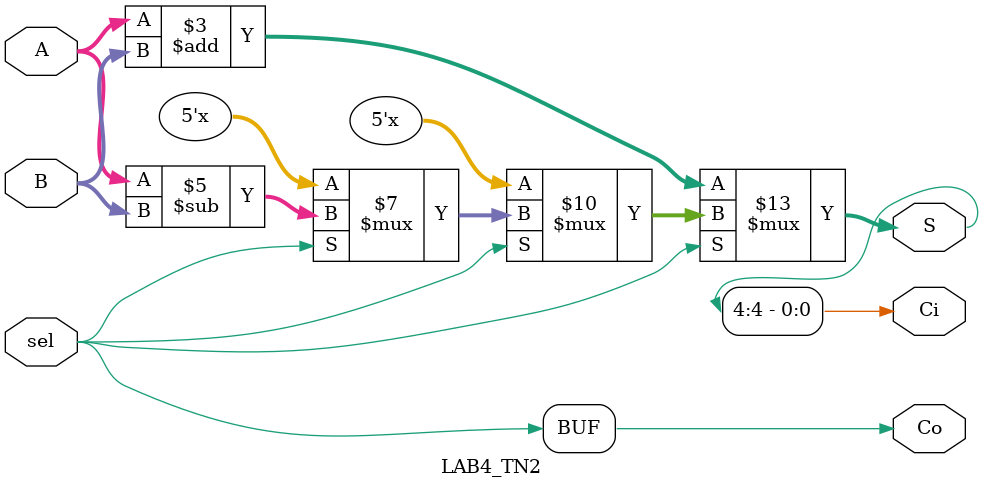
<source format=sv>
module LAB4_TN2(
  input logic [3:0] A,
  input logic [3:0] B,
  input logic sel,
  output logic [4:0] S,
  output Ci,Co
);
  assign Co = sel;
  always@(sel) begin
    if (sel == 1'b0) begin
      S = A + B;
  	end
  else begin 
    if (sel == 1'b1) begin
      S = A - B;
  	 end
  	end
  end
  assign Ci = S[4];
  endmodule
</source>
